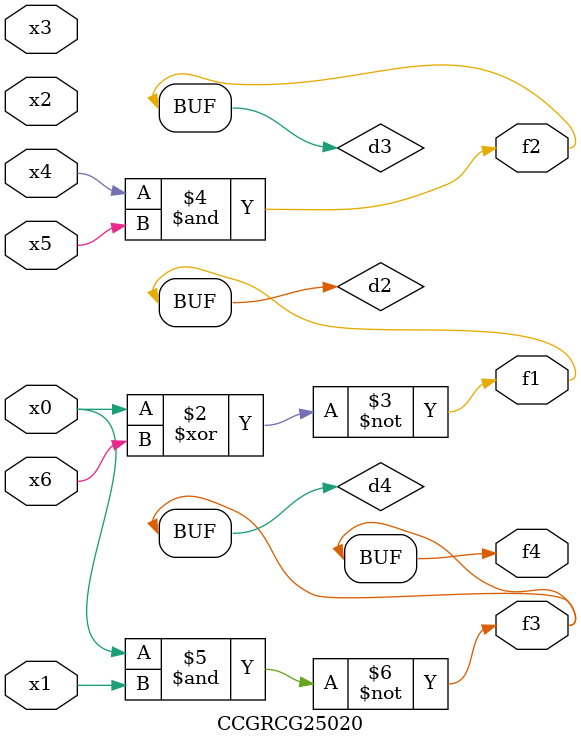
<source format=v>
module CCGRCG25020(
	input x0, x1, x2, x3, x4, x5, x6,
	output f1, f2, f3, f4
);

	wire d1, d2, d3, d4;

	nor (d1, x0);
	xnor (d2, x0, x6);
	and (d3, x4, x5);
	nand (d4, x0, x1);
	assign f1 = d2;
	assign f2 = d3;
	assign f3 = d4;
	assign f4 = d4;
endmodule

</source>
